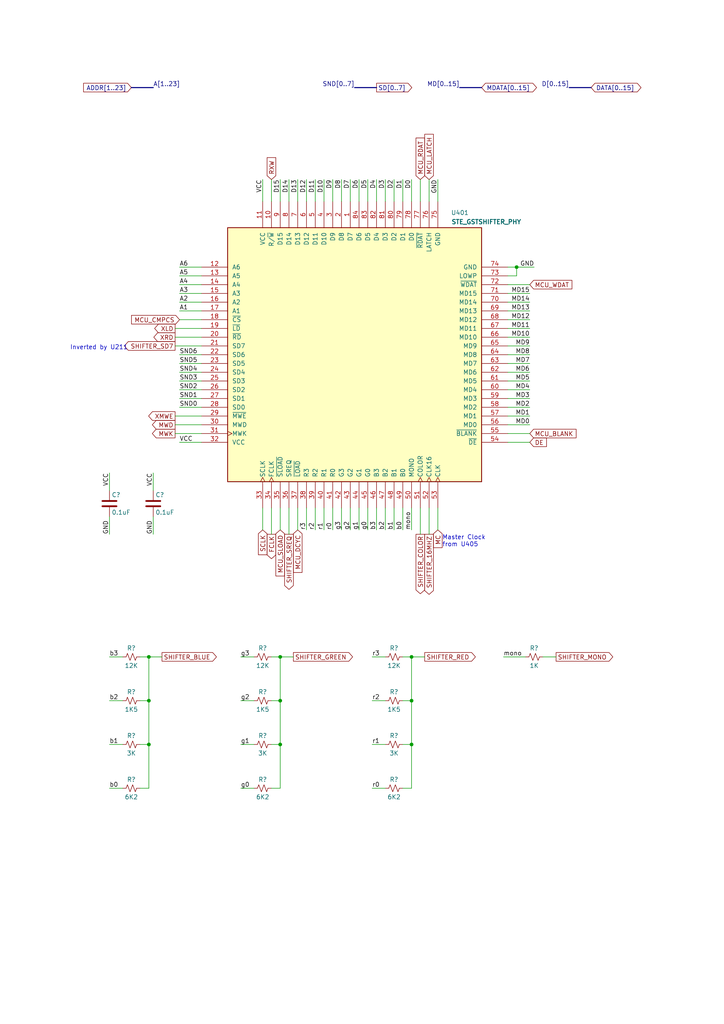
<source format=kicad_sch>
(kicad_sch (version 20230121) (generator eeschema)
  (paper "A4" portrait)
  (title_block (title "Converted schematics of Atari STE") (date "2021-08-31") (rev "1.0.0") (comment 1 "Reference : C300780-001"))
  (lib_symbols
    (symbol "Device:C" (pin_numbers hide) (pin_names (offset 0.254))
      (property "Reference" "C" (at 0.635 2.54 0))
      (property "Value" "C" (at 0.635 -2.54 0))
      (symbol "C_0_1"
        (polyline (pts (xy -2.032 -0.762) (xy 2.032 -0.762)) (stroke (width 0.508)))
        (polyline (pts (xy -2.032 0.762) (xy 2.032 0.762)) (stroke (width 0.508)))
      )
      (symbol "C_1_1"
        (pin passive line (at 0 3.81 270) (length 2.794) (name "~") (number "1"))
        (pin passive line (at 0 -3.81 90) (length 2.794) (name "~") (number "2"))
      )
    )
    (symbol "Device:R_Small_US" (pin_numbers hide) (pin_names (offset 0.254) hide)
      (property "Reference" "R" (at 0.762 0.508 0))
      (property "Value" "R_Small_US" (at 0.762 -1.016 0))
      (symbol "R_Small_US_1_1"
        (polyline (pts (xy 0 0) (xy 1.016 -0.381) (xy 0 -0.762) (xy -1.016 -1.143) (xy 0 -1.524)))
        (polyline (pts (xy 0 1.524) (xy 1.016 1.143) (xy 0 0.762) (xy -1.016 0.381) (xy 0 0)))
        (pin passive line (at 0 2.54 270) (length 1.016) (name "~") (number "1"))
        (pin passive line (at 0 -2.54 90) (length 1.016) (name "~") (number "2"))
      )
    )
    (symbol "ste_gstshifter:STE_GSTSHIFTER_PHY" (pin_names (offset 1.27))
      (property "Reference" "U" (at 27.94 41.91 0))
      (property "Value" "STE_GSTSHIFTER_PHY" (at 27.94 39.37 0))
      (symbol "STE_GSTSHIFTER_PHY_0_0"
        (rectangle (start -36.83 36.83) (end 36.83 -36.83) (stroke (width 0.254)) (fill (type background)))
        (pin bidirectional line (at -1.27 44.45 270) (length 7.62) (name "D7") (number "1"))
        (pin input line (at -24.13 44.45 270) (length 7.62) (name "R/~{W}") (number "10"))
        (pin power_in line (at -26.67 44.45 270) (length 7.62) (name "VCC") (number "11"))
        (pin input line (at -44.45 25.4 0) (length 7.62) (name "A6") (number "12"))
        (pin input line (at -44.45 22.86 0) (length 7.62) (name "A5") (number "13"))
        (pin input line (at -44.45 20.32 0) (length 7.62) (name "A4") (number "14"))
        (pin input line (at -44.45 17.78 0) (length 7.62) (name "A3") (number "15"))
        (pin input line (at -44.45 15.24 0) (length 7.62) (name "A2") (number "16"))
        (pin input line (at -44.45 12.7 0) (length 7.62) (name "A1") (number "17"))
        (pin bidirectional line (at -44.45 10.16 0) (length 7.62) (name "~{CS}") (number "18"))
        (pin output line (at -44.45 7.62 0) (length 7.62) (name "~{LD}") (number "19"))
        (pin bidirectional line (at -3.81 44.45 270) (length 7.62) (name "D8") (number "2"))
        (pin output line (at -44.45 5.08 0) (length 7.62) (name "~{RD}") (number "20"))
        (pin output line (at -44.45 2.54 0) (length 7.62) (name "SD7") (number "21"))
        (pin output line (at -44.45 0 0) (length 7.62) (name "SD6") (number "22"))
        (pin output line (at -44.45 -2.54 0) (length 7.62) (name "SD5") (number "23"))
        (pin output line (at -44.45 -5.08 0) (length 7.62) (name "SD4") (number "24"))
        (pin output line (at -44.45 -7.62 0) (length 7.62) (name "SD3") (number "25"))
        (pin output line (at -44.45 -10.16 0) (length 7.62) (name "SD2") (number "26"))
        (pin output line (at -44.45 -12.7 0) (length 7.62) (name "SD1") (number "27"))
        (pin output line (at -44.45 -15.24 0) (length 7.62) (name "SD0") (number "28"))
        (pin output line (at -44.45 -17.78 0) (length 7.62) (name "~{MWE}") (number "29"))
        (pin bidirectional line (at -6.35 44.45 270) (length 7.62) (name "D9") (number "3"))
        (pin output line (at -44.45 -20.32 0) (length 7.62) (name "MWD") (number "30"))
        (pin output clock (at -44.45 -22.86 0) (length 7.62) (name "MWK") (number "31"))
        (pin power_in line (at -44.45 -25.4 0) (length 7.62) (name "VCC") (number "32"))
        (pin input clock (at -26.67 -44.45 90) (length 7.62) (name "SCLK") (number "33"))
        (pin output clock (at -24.13 -44.45 90) (length 7.62) (name "FCLK") (number "34"))
        (pin input line (at -21.59 -44.45 90) (length 7.62) (name "~{SLOAD}") (number "35"))
        (pin output line (at -19.05 -44.45 90) (length 7.62) (name "SREQ") (number "36"))
        (pin input line (at -16.51 -44.45 90) (length 7.62) (name "~{LOAD}") (number "37"))
        (pin output line (at -13.97 -44.45 90) (length 7.62) (name "R3") (number "38"))
        (pin output line (at -11.43 -44.45 90) (length 7.62) (name "R2") (number "39"))
        (pin bidirectional line (at -8.89 44.45 270) (length 7.62) (name "D10") (number "4"))
        (pin output line (at -8.89 -44.45 90) (length 7.62) (name "R1") (number "40"))
        (pin output line (at -6.35 -44.45 90) (length 7.62) (name "R0") (number "41"))
        (pin output line (at -3.81 -44.45 90) (length 7.62) (name "G3") (number "42"))
        (pin output line (at -1.27 -44.45 90) (length 7.62) (name "G2") (number "43"))
        (pin output line (at 1.27 -44.45 90) (length 7.62) (name "G1") (number "44"))
        (pin output line (at 3.81 -44.45 90) (length 7.62) (name "G0") (number "45"))
        (pin output line (at 6.35 -44.45 90) (length 7.62) (name "B3") (number "46"))
        (pin output line (at 8.89 -44.45 90) (length 7.62) (name "B2") (number "47"))
        (pin output line (at 11.43 -44.45 90) (length 7.62) (name "B1") (number "48"))
        (pin output line (at 13.97 -44.45 90) (length 7.62) (name "B0") (number "49"))
        (pin bidirectional line (at -11.43 44.45 270) (length 7.62) (name "D11") (number "5"))
        (pin output line (at 16.51 -44.45 90) (length 7.62) (name "MONO") (number "50"))
        (pin output clock (at 19.05 -44.45 90) (length 7.62) (name "COLOR") (number "51"))
        (pin output clock (at 21.59 -44.45 90) (length 7.62) (name "CLK16") (number "52"))
        (pin input clock (at 24.13 -44.45 90) (length 7.62) (name "CLK") (number "53"))
        (pin input line (at 44.45 -25.4 180) (length 7.62) (name "~{DE}") (number "54"))
        (pin input line (at 44.45 -22.86 180) (length 7.62) (name "~{BLANK}") (number "55"))
        (pin input line (at 44.45 -20.32 180) (length 7.62) (name "MD0") (number "56"))
        (pin input line (at 44.45 -17.78 180) (length 7.62) (name "MD1") (number "57"))
        (pin input line (at 44.45 -15.24 180) (length 7.62) (name "MD2") (number "58"))
        (pin input line (at 44.45 -12.7 180) (length 7.62) (name "MD3") (number "59"))
        (pin bidirectional line (at -13.97 44.45 270) (length 7.62) (name "D12") (number "6"))
        (pin input line (at 44.45 -10.16 180) (length 7.62) (name "MD4") (number "60"))
        (pin input line (at 44.45 -7.62 180) (length 7.62) (name "MD5") (number "61"))
        (pin input line (at 44.45 -5.08 180) (length 7.62) (name "MD6") (number "62"))
        (pin input line (at 44.45 -2.54 180) (length 7.62) (name "MD7") (number "63"))
        (pin input line (at 44.45 0 180) (length 7.62) (name "MD8") (number "64"))
        (pin input line (at 44.45 2.54 180) (length 7.62) (name "MD9") (number "65"))
        (pin input line (at 44.45 5.08 180) (length 7.62) (name "MD10") (number "66"))
        (pin input line (at 44.45 7.62 180) (length 7.62) (name "MD11") (number "67"))
        (pin input line (at 44.45 10.16 180) (length 7.62) (name "MD12") (number "68"))
        (pin input line (at 44.45 12.7 180) (length 7.62) (name "MD13") (number "69"))
        (pin bidirectional line (at -16.51 44.45 270) (length 7.62) (name "D13") (number "7"))
        (pin input line (at 44.45 15.24 180) (length 7.62) (name "MD14") (number "70"))
        (pin input line (at 44.45 17.78 180) (length 7.62) (name "MD15") (number "71"))
        (pin input line (at 44.45 20.32 180) (length 7.62) (name "~{WDAT}") (number "72"))
        (pin input line (at 44.45 22.86 180) (length 7.62) (name "LOWP") (number "73"))
        (pin power_in line (at 44.45 25.4 180) (length 7.62) (name "GND") (number "74"))
        (pin power_in line (at 24.13 44.45 270) (length 7.62) (name "GND") (number "75"))
        (pin input line (at 21.59 44.45 270) (length 7.62) (name "LATCH") (number "76"))
        (pin input line (at 19.05 44.45 270) (length 7.62) (name "~{RDAT}") (number "77"))
        (pin bidirectional line (at 16.51 44.45 270) (length 7.62) (name "D0") (number "78"))
        (pin bidirectional line (at 13.97 44.45 270) (length 7.62) (name "D1") (number "79"))
        (pin bidirectional line (at -19.05 44.45 270) (length 7.62) (name "D14") (number "8"))
        (pin bidirectional line (at 11.43 44.45 270) (length 7.62) (name "D2") (number "80"))
        (pin bidirectional line (at 8.89 44.45 270) (length 7.62) (name "D3") (number "81"))
        (pin bidirectional line (at 6.35 44.45 270) (length 7.62) (name "D4") (number "82"))
        (pin bidirectional line (at 3.81 44.45 270) (length 7.62) (name "D5") (number "83"))
        (pin bidirectional line (at 1.27 44.45 270) (length 7.62) (name "D6") (number "84"))
        (pin bidirectional line (at -21.59 44.45 270) (length 7.62) (name "D15") (number "9"))
      )
    )
  )
  (junction (at 43.18 215.9))
  (junction (at 81.28 215.9))
  (junction (at 81.28 190.5))
  (junction (at 149.86 77.47))
  (junction (at 119.38 203.2))
  (junction (at 119.38 215.9))
  (junction (at 43.18 203.2))
  (junction (at 81.28 203.2))
  (junction (at 43.18 190.5))
  (junction (at 119.38 190.5))
  (wire (pts (xy 43.18 190.5) (xy 46.99 190.5)))
  (wire (pts (xy 31.75 149.86) (xy 31.75 154.94)))
  (wire (pts (xy 147.32 118.11) (xy 153.67 118.11)))
  (bus (pts (xy 102.87 25.4) (xy 109.22 25.4)))
  (wire (pts (xy 69.85 215.9) (xy 73.66 215.9)))
  (wire (pts (xy 50.8 123.19) (xy 58.42 123.19)))
  (wire (pts (xy 104.14 153.67) (xy 104.14 147.32)))
  (wire (pts (xy 147.32 80.01) (xy 149.86 80.01)))
  (wire (pts (xy 88.9 58.42) (xy 88.9 52.07)))
  (wire (pts (xy 43.18 228.6) (xy 43.18 215.9)))
  (wire (pts (xy 124.46 147.32) (xy 124.46 154.94)))
  (wire (pts (xy 81.28 215.9) (xy 78.74 215.9)))
  (wire (pts (xy 119.38 190.5) (xy 123.19 190.5)))
  (wire (pts (xy 147.32 92.71) (xy 153.67 92.71)))
  (wire (pts (xy 91.44 153.67) (xy 91.44 147.32)))
  (wire (pts (xy 99.06 153.67) (xy 99.06 147.32)))
  (wire (pts (xy 52.07 80.01) (xy 58.42 80.01)))
  (wire (pts (xy 157.48 190.5) (xy 161.29 190.5)))
  (wire (pts (xy 147.32 115.57) (xy 153.67 115.57)))
  (wire (pts (xy 153.67 82.55) (xy 147.32 82.55)))
  (wire (pts (xy 31.75 190.5) (xy 35.56 190.5)))
  (wire (pts (xy 147.32 90.17) (xy 153.67 90.17)))
  (wire (pts (xy 116.84 228.6) (xy 119.38 228.6)))
  (bus (pts (xy 38.1 25.4) (xy 44.45 25.4)))
  (wire (pts (xy 147.32 77.47) (xy 149.86 77.47)))
  (wire (pts (xy 78.74 190.5) (xy 81.28 190.5)))
  (wire (pts (xy 121.92 52.07) (xy 121.92 58.42)))
  (wire (pts (xy 44.45 137.16) (xy 44.45 142.24)))
  (wire (pts (xy 119.38 215.9) (xy 119.38 203.2)))
  (wire (pts (xy 81.28 190.5) (xy 85.09 190.5)))
  (wire (pts (xy 127 153.67) (xy 127 147.32)))
  (wire (pts (xy 109.22 153.67) (xy 109.22 147.32)))
  (wire (pts (xy 81.28 215.9) (xy 81.28 203.2)))
  (wire (pts (xy 69.85 203.2) (xy 73.66 203.2)))
  (wire (pts (xy 76.2 153.67) (xy 76.2 147.32)))
  (wire (pts (xy 107.95 190.5) (xy 111.76 190.5)))
  (wire (pts (xy 147.32 125.73) (xy 153.67 125.73)))
  (wire (pts (xy 40.64 228.6) (xy 43.18 228.6)))
  (wire (pts (xy 101.6 58.42) (xy 101.6 52.07)))
  (wire (pts (xy 147.32 102.87) (xy 153.67 102.87)))
  (wire (pts (xy 147.32 123.19) (xy 153.67 123.19)))
  (wire (pts (xy 93.98 153.67) (xy 93.98 147.32)))
  (wire (pts (xy 147.32 107.95) (xy 153.67 107.95)))
  (wire (pts (xy 119.38 58.42) (xy 119.38 52.07)))
  (wire (pts (xy 50.8 120.65) (xy 58.42 120.65)))
  (wire (pts (xy 52.07 77.47) (xy 58.42 77.47)))
  (wire (pts (xy 119.38 215.9) (xy 116.84 215.9)))
  (wire (pts (xy 147.32 87.63) (xy 153.67 87.63)))
  (wire (pts (xy 52.07 118.11) (xy 58.42 118.11)))
  (wire (pts (xy 78.74 147.32) (xy 78.74 154.94)))
  (wire (pts (xy 78.74 52.07) (xy 78.74 58.42)))
  (wire (pts (xy 93.98 58.42) (xy 93.98 52.07)))
  (wire (pts (xy 114.3 153.67) (xy 114.3 147.32)))
  (wire (pts (xy 50.8 95.25) (xy 58.42 95.25)))
  (wire (pts (xy 147.32 110.49) (xy 153.67 110.49)))
  (bus (pts (xy 133.35 25.4) (xy 139.7 25.4)))
  (wire (pts (xy 96.52 58.42) (xy 96.52 52.07)))
  (wire (pts (xy 69.85 228.6) (xy 73.66 228.6)))
  (wire (pts (xy 31.75 137.16) (xy 31.75 142.24)))
  (wire (pts (xy 114.3 58.42) (xy 114.3 52.07)))
  (wire (pts (xy 52.07 85.09) (xy 58.42 85.09)))
  (wire (pts (xy 107.95 215.9) (xy 111.76 215.9)))
  (wire (pts (xy 111.76 153.67) (xy 111.76 147.32)))
  (wire (pts (xy 52.07 92.71) (xy 58.42 92.71)))
  (wire (pts (xy 40.64 190.5) (xy 43.18 190.5)))
  (wire (pts (xy 52.07 105.41) (xy 58.42 105.41)))
  (wire (pts (xy 81.28 203.2) (xy 78.74 203.2)))
  (wire (pts (xy 116.84 58.42) (xy 116.84 52.07)))
  (wire (pts (xy 81.28 58.42) (xy 81.28 52.07)))
  (wire (pts (xy 116.84 190.5) (xy 119.38 190.5)))
  (wire (pts (xy 127 58.42) (xy 127 52.07)))
  (wire (pts (xy 107.95 228.6) (xy 111.76 228.6)))
  (wire (pts (xy 52.07 107.95) (xy 58.42 107.95)))
  (wire (pts (xy 119.38 228.6) (xy 119.38 215.9)))
  (wire (pts (xy 86.36 153.67) (xy 86.36 147.32)))
  (wire (pts (xy 147.32 97.79) (xy 153.67 97.79)))
  (wire (pts (xy 119.38 153.67) (xy 119.38 147.32)))
  (wire (pts (xy 109.22 58.42) (xy 109.22 52.07)))
  (wire (pts (xy 81.28 190.5) (xy 81.28 203.2)))
  (wire (pts (xy 31.75 215.9) (xy 35.56 215.9)))
  (wire (pts (xy 31.75 228.6) (xy 35.56 228.6)))
  (wire (pts (xy 119.38 203.2) (xy 116.84 203.2)))
  (wire (pts (xy 147.32 120.65) (xy 153.67 120.65)))
  (wire (pts (xy 96.52 153.67) (xy 96.52 147.32)))
  (wire (pts (xy 31.75 203.2) (xy 35.56 203.2)))
  (wire (pts (xy 52.07 102.87) (xy 58.42 102.87)))
  (wire (pts (xy 81.28 153.67) (xy 81.28 147.32)))
  (wire (pts (xy 43.18 190.5) (xy 43.18 203.2)))
  (wire (pts (xy 52.07 128.27) (xy 58.42 128.27)))
  (wire (pts (xy 146.05 190.5) (xy 152.4 190.5)))
  (wire (pts (xy 50.8 125.73) (xy 58.42 125.73)))
  (wire (pts (xy 147.32 105.41) (xy 153.67 105.41)))
  (wire (pts (xy 52.07 82.55) (xy 58.42 82.55)))
  (wire (pts (xy 104.14 58.42) (xy 104.14 52.07)))
  (wire (pts (xy 149.86 80.01) (xy 149.86 77.47)))
  (wire (pts (xy 83.82 58.42) (xy 83.82 52.07)))
  (wire (pts (xy 124.46 58.42) (xy 124.46 52.07)))
  (wire (pts (xy 88.9 153.67) (xy 88.9 147.32)))
  (wire (pts (xy 52.07 115.57) (xy 58.42 115.57)))
  (wire (pts (xy 147.32 128.27) (xy 153.67 128.27)))
  (wire (pts (xy 52.07 90.17) (xy 58.42 90.17)))
  (wire (pts (xy 86.36 58.42) (xy 86.36 52.07)))
  (wire (pts (xy 43.18 215.9) (xy 40.64 215.9)))
  (wire (pts (xy 91.44 58.42) (xy 91.44 52.07)))
  (wire (pts (xy 78.74 228.6) (xy 81.28 228.6)))
  (wire (pts (xy 52.07 87.63) (xy 58.42 87.63)))
  (wire (pts (xy 149.86 77.47) (xy 154.94 77.47)))
  (bus (pts (xy 165.1 25.4) (xy 171.45 25.4)))
  (wire (pts (xy 119.38 190.5) (xy 119.38 203.2)))
  (wire (pts (xy 116.84 153.67) (xy 116.84 147.32)))
  (wire (pts (xy 81.28 228.6) (xy 81.28 215.9)))
  (wire (pts (xy 52.07 110.49) (xy 58.42 110.49)))
  (wire (pts (xy 106.68 153.67) (xy 106.68 147.32)))
  (wire (pts (xy 44.45 149.86) (xy 44.45 154.94)))
  (wire (pts (xy 50.8 100.33) (xy 58.42 100.33)))
  (wire (pts (xy 101.6 153.67) (xy 101.6 147.32)))
  (wire (pts (xy 111.76 58.42) (xy 111.76 52.07)))
  (wire (pts (xy 76.2 58.42) (xy 76.2 52.07)))
  (wire (pts (xy 107.95 203.2) (xy 111.76 203.2)))
  (wire (pts (xy 147.32 113.03) (xy 153.67 113.03)))
  (wire (pts (xy 69.85 190.5) (xy 73.66 190.5)))
  (wire (pts (xy 147.32 100.33) (xy 153.67 100.33)))
  (wire (pts (xy 147.32 95.25) (xy 153.67 95.25)))
  (wire (pts (xy 43.18 215.9) (xy 43.18 203.2)))
  (wire (pts (xy 52.07 113.03) (xy 58.42 113.03)))
  (wire (pts (xy 50.8 97.79) (xy 58.42 97.79)))
  (wire (pts (xy 43.18 203.2) (xy 40.64 203.2)))
  (wire (pts (xy 106.68 58.42) (xy 106.68 52.07)))
  (wire (pts (xy 121.92 147.32) (xy 121.92 154.94)))
  (wire (pts (xy 83.82 147.32) (xy 83.82 154.94)))
  (wire (pts (xy 147.32 85.09) (xy 153.67 85.09)))
  (wire (pts (xy 99.06 58.42) (xy 99.06 52.07)))
  (text "Master Clock\nfrom U405" (at 128.27 158.75 0) (effects (font (size 1.27 1.27)) (justify left bottom)))
  (text "Inverted by U211" (at 20.32 101.6 0) (effects (font (size 1.27 1.27)) (justify left bottom)))
  (label "MD14" (at 153.67 87.63 180))
  (label "VCC" (at 52.07 128.27 0))
  (label "MD7" (at 153.67 105.41 180))
  (label "D1" (at 116.84 52.07 270))
  (label "D11" (at 91.44 52.07 270))
  (label "A[1..23]" (at 44.45 25.4 0))
  (label "D12" (at 88.9 52.07 270))
  (label "g3" (at 99.06 153.67 90))
  (label "SND1" (at 52.07 115.57 0))
  (label "b0" (at 116.84 153.67 90))
  (label "MD9" (at 153.67 100.33 180))
  (label "D6" (at 104.14 52.07 270))
  (label "A4" (at 52.07 82.55 0))
  (label "A6" (at 52.07 77.47 0))
  (label "D4" (at 109.22 52.07 270))
  (label "MD[0..15]" (at 133.35 25.4 180))
  (label "b2" (at 31.75 203.2 0))
  (label "mono" (at 119.38 153.67 90))
  (label "MD6" (at 153.67 107.95 180))
  (label "MD3" (at 153.67 115.57 180))
  (label "SND[0..7]" (at 102.87 25.4 180))
  (label "GND" (at 127 52.07 270))
  (label "D0" (at 119.38 52.07 270))
  (label "SND5" (at 52.07 105.41 0))
  (label "b1" (at 31.75 215.9 0))
  (label "g0" (at 106.68 153.67 90))
  (label "MD1" (at 153.67 120.65 180))
  (label "D8" (at 99.06 52.07 270))
  (label "r0" (at 96.52 153.67 90))
  (label "MD0" (at 153.67 123.19 180))
  (label "D15" (at 81.28 52.07 270))
  (label "A5" (at 52.07 80.01 0))
  (label "SND2" (at 52.07 113.03 0))
  (label "r1" (at 93.98 153.67 90))
  (label "GND" (at 44.45 154.94 90))
  (label "VCC" (at 31.75 137.16 270))
  (label "MD13" (at 153.67 90.17 180))
  (label "GND" (at 31.75 154.94 90))
  (label "g3" (at 69.85 190.5 0))
  (label "g1" (at 104.14 153.67 90))
  (label "GND" (at 154.94 77.47 180))
  (label "D[0..15]" (at 165.1 25.4 180))
  (label "D13" (at 86.36 52.07 270))
  (label "A1" (at 52.07 90.17 0))
  (label "VCC" (at 76.2 52.07 270))
  (label "D3" (at 111.76 52.07 270))
  (label "b2" (at 111.76 153.67 90))
  (label "SND6" (at 52.07 102.87 0))
  (label "MD11" (at 153.67 95.25 180))
  (label "b3" (at 31.75 190.5 0))
  (label "D9" (at 96.52 52.07 270))
  (label "MD2" (at 153.67 118.11 180))
  (label "VCC" (at 44.45 137.16 270))
  (label "D5" (at 106.68 52.07 270))
  (label "r1" (at 107.95 215.9 0))
  (label "D10" (at 93.98 52.07 270))
  (label "b3" (at 109.22 153.67 90))
  (label "D14" (at 83.82 52.07 270))
  (label "r0" (at 107.95 228.6 0))
  (label "D7" (at 101.6 52.07 270))
  (label "g2" (at 69.85 203.2 0))
  (label "MD15" (at 153.67 85.09 180))
  (label "MD12" (at 153.67 92.71 180))
  (label "MD8" (at 153.67 102.87 180))
  (label "MD4" (at 153.67 113.03 180))
  (label "SND0" (at 52.07 118.11 0))
  (label "A2" (at 52.07 87.63 0))
  (label "mono" (at 146.05 190.5 0))
  (label "r3" (at 88.9 153.67 90))
  (label "r2" (at 91.44 153.67 90))
  (label "b1" (at 114.3 153.67 90))
  (label "r3" (at 107.95 190.5 0))
  (label "g2" (at 101.6 153.67 90))
  (label "r2" (at 107.95 203.2 0))
  (label "MD10" (at 153.67 97.79 180))
  (label "D2" (at 114.3 52.07 270))
  (label "SND4" (at 52.07 107.95 0))
  (label "A3" (at 52.07 85.09 0))
  (label "SND3" (at 52.07 110.49 0))
  (label "g1" (at 69.85 215.9 0))
  (label "MD5" (at 153.67 110.49 180))
  (label "b0" (at 31.75 228.6 0))
  (label "g0" (at 69.85 228.6 0))
  (global_label "MDATA[0..15]" (shape bidirectional) (at 139.7 25.4 0) (property "Intersheetrefs" "${INTERSHEET_REFS}" (effects hide)))
  (global_label "SHIFTER_COLOR" (shape output) (at 121.92 154.94 270) (property "Intersheetrefs" "${INTERSHEET_REFS}" (effects hide)))
  (global_label "RXW" (shape input) (at 78.74 52.07 90) (property "Intersheetrefs" "${INTERSHEET_REFS}" (effects hide)))
  (global_label "XLD" (shape output) (at 50.8 95.25 180) (property "Intersheetrefs" "${INTERSHEET_REFS}" (effects hide)))
  (global_label "MCU_LATCH" (shape input) (at 124.46 52.07 90) (property "Intersheetrefs" "${INTERSHEET_REFS}" (effects hide)))
  (global_label "XMWE" (shape output) (at 50.8 120.65 180) (property "Intersheetrefs" "${INTERSHEET_REFS}" (effects hide)))
  (global_label "MCU_RDAT" (shape input) (at 121.92 52.07 90) (property "Intersheetrefs" "${INTERSHEET_REFS}" (effects hide)))
  (global_label "MWD" (shape output) (at 50.8 123.19 180) (property "Intersheetrefs" "${INTERSHEET_REFS}" (effects hide)))
  (global_label "SHIFTER_BLUE" (shape output) (at 46.99 190.5 0) (property "Intersheetrefs" "${INTERSHEET_REFS}" (effects hide)))
  (global_label "SD[0..7]" (shape output) (at 109.22 25.4 0) (property "Intersheetrefs" "${INTERSHEET_REFS}" (effects hide)))
  (global_label "MCU_SLOAD" (shape input) (at 81.28 153.67 270) (property "Intersheetrefs" "${INTERSHEET_REFS}" (effects hide)))
  (global_label "SHIFTER_RED" (shape output) (at 123.19 190.5 0) (property "Intersheetrefs" "${INTERSHEET_REFS}" (effects hide)))
  (global_label "XRD" (shape output) (at 50.8 97.79 180) (property "Intersheetrefs" "${INTERSHEET_REFS}" (effects hide)))
  (global_label "FCLK" (shape output) (at 78.74 154.94 270) (property "Intersheetrefs" "${INTERSHEET_REFS}" (effects hide)))
  (global_label "SHIFTER_MONO" (shape output) (at 161.29 190.5 0) (property "Intersheetrefs" "${INTERSHEET_REFS}" (effects hide)))
  (global_label "SHIFTER_GREEN" (shape output) (at 85.09 190.5 0) (property "Intersheetrefs" "${INTERSHEET_REFS}" (effects hide)))
  (global_label "MWK" (shape output) (at 50.8 125.73 180) (property "Intersheetrefs" "${INTERSHEET_REFS}" (effects hide)))
  (global_label "SHIFTER_16MHZ" (shape output) (at 124.46 154.94 270) (property "Intersheetrefs" "${INTERSHEET_REFS}" (effects hide)))
  (global_label "SHIFTER_SREQ" (shape output) (at 83.82 154.94 270) (property "Intersheetrefs" "${INTERSHEET_REFS}" (effects hide)))
  (global_label "MCU_WDAT" (shape input) (at 153.67 82.55 0) (property "Intersheetrefs" "${INTERSHEET_REFS}" (effects hide)))
  (global_label "ADDR[1..23]" (shape input) (at 38.1 25.4 180) (property "Intersheetrefs" "${INTERSHEET_REFS}" (effects hide)))
  (global_label "SHIFTER_SD7" (shape output) (at 50.8 100.33 180) (property "Intersheetrefs" "${INTERSHEET_REFS}" (effects hide)))
  (global_label "SCLK" (shape input) (at 76.2 153.67 270) (property "Intersheetrefs" "${INTERSHEET_REFS}" (effects hide)))
  (global_label "DE" (shape input) (at 153.67 128.27 0) (property "Intersheetrefs" "${INTERSHEET_REFS}" (effects hide)))
  (global_label "MCU_CMPCS" (shape input) (at 52.07 92.71 180) (property "Intersheetrefs" "${INTERSHEET_REFS}" (effects hide)))
  (global_label "MCU_DCYC" (shape input) (at 86.36 153.67 270) (property "Intersheetrefs" "${INTERSHEET_REFS}" (effects hide)))
  (global_label "MCU_BLANK" (shape input) (at 153.67 125.73 0) (property "Intersheetrefs" "${INTERSHEET_REFS}" (effects hide)))
  (global_label "DATA[0..15]" (shape bidirectional) (at 171.45 25.4 0) (property "Intersheetrefs" "${INTERSHEET_REFS}" (effects hide)))
  (global_label "MC" (shape input) (at 127 153.67 270) (property "Intersheetrefs" "${INTERSHEET_REFS}" (effects hide)))
  (symbol (lib_id "ste_gstshifter:STE_GSTSHIFTER_PHY") (at 102.87 102.87 0) (unit 1)
    (property "Reference" "U401" (at 130.81 60.96 0) (effects (justify left top)))
    (property "Value" "STE_GSTSHIFTER_PHY" (at 130.81 63.5 0) (effects (font bold) (justify left top)))
    (property "Footprint" "Package_LCC:PLCC-84_THT-Socket" (effects hide))
    (property "Datasheet" "https://info-coach.fr/atari/hardware/STE-HW.php#shifter" (effects hide))
  )
  (symbol (lib_id "Device:C") (at 31.75 146.05 0) (unit 1)
    (property "Reference" "C?" (at 32.385 143.51 0) (effects (justify left)))
    (property "Value" "0.1uF" (at 32.385 148.59 0) (effects (justify left)))
    (property "Footprint" "commons_passives_THT:Passive_THT_capacitor_mlcc_W2.54mm_L7.62mm" (effects hide))
    (instances (project "motherboard" (path "" (reference "C?") (unit 1)) (path "" (reference "C?") (unit 1)) (path "" (reference "C?") (unit 1)) (path "" (reference "C?") (unit 1)) (path "" (reference "C412") (unit 1)) (path "" (reference "C?") (unit 1)) (path "" (reference "C?") (unit 1))))
  )
  (symbol (lib_id "Device:C") (at 44.45 146.05 0) (unit 1)
    (property "Reference" "C?" (at 45.085 143.51 0) (effects (justify left)))
    (property "Value" "0.1uF" (at 45.085 148.59 0) (effects (justify left)))
    (property "Footprint" "commons_passives_THT:Passive_THT_capacitor_mlcc_W2.54mm_L7.62mm" (effects hide))
    (instances (project "motherboard" (path "" (reference "C?") (unit 1)) (path "" (reference "C?") (unit 1)) (path "" (reference "C?") (unit 1)) (path "" (reference "C?") (unit 1)) (path "" (reference "C413") (unit 1)) (path "" (reference "C?") (unit 1)) (path "" (reference "C?") (unit 1))))
  )
  (symbol (lib_id "Device:R_Small_US") (at 38.1 190.5 270) (unit 1)
    (property "Reference" "R?" (at 38.1 187.96 90))
    (property "Value" "12K" (at 38.1 193.04 90))
    (property "Footprint" "commons_passives_THT:Passive_THT_resistor_W2.54mm_L12.70mm" (effects hide))
    (instances (project "motherboard" (path "" (reference "R?") (unit 1)) (path "" (reference "R?") (unit 1)) (path "" (reference "R411") (unit 1)) (path "" (reference "R?") (unit 1)) (path "" (reference "R?") (unit 1)) (path "" (reference "R?") (unit 1))))
  )
  (symbol (lib_id "Device:R_Small_US") (at 38.1 203.2 270) (unit 1)
    (property "Reference" "R?" (at 38.1 200.66 90))
    (property "Value" "1K5" (at 38.1 205.74 90))
    (property "Footprint" "commons_passives_THT:Passive_THT_resistor_W2.54mm_L12.70mm" (effects hide))
    (instances (project "motherboard" (path "" (reference "R?") (unit 1)) (path "" (reference "R?") (unit 1)) (path "" (reference "R412") (unit 1)) (path "" (reference "R?") (unit 1)) (path "" (reference "R?") (unit 1)) (path "" (reference "R?") (unit 1))))
  )
  (symbol (lib_id "Device:R_Small_US") (at 38.1 215.9 270) (unit 1)
    (property "Reference" "R?" (at 38.1 213.36 90))
    (property "Value" "3K" (at 38.1 218.44 90))
    (property "Footprint" "commons_passives_THT:Passive_THT_resistor_W2.54mm_L12.70mm" (effects hide))
    (instances (project "motherboard" (path "" (reference "R?") (unit 1)) (path "" (reference "R?") (unit 1)) (path "" (reference "R414") (unit 1)) (path "" (reference "R?") (unit 1)) (path "" (reference "R?") (unit 1)) (path "" (reference "R?") (unit 1))))
  )
  (symbol (lib_id "Device:R_Small_US") (at 38.1 228.6 270) (unit 1)
    (property "Reference" "R?" (at 38.1 226.06 90))
    (property "Value" "6K2" (at 38.1 231.14 90))
    (property "Footprint" "commons_passives_THT:Passive_THT_resistor_W2.54mm_L12.70mm" (effects hide))
    (instances (project "motherboard" (path "" (reference "R?") (unit 1)) (path "" (reference "R?") (unit 1)) (path "" (reference "R415") (unit 1)) (path "" (reference "R?") (unit 1)) (path "" (reference "R?") (unit 1)) (path "" (reference "R?") (unit 1))))
  )
  (symbol (lib_id "Device:R_Small_US") (at 76.2 190.5 270) (unit 1)
    (property "Reference" "R?" (at 76.2 187.96 90))
    (property "Value" "12K" (at 76.2 193.04 90))
    (property "Footprint" "commons_passives_THT:Passive_THT_resistor_W2.54mm_L12.70mm" (effects hide))
    (instances (project "motherboard" (path "" (reference "R?") (unit 1)) (path "" (reference "R?") (unit 1)) (path "" (reference "R416") (unit 1)) (path "" (reference "R?") (unit 1)) (path "" (reference "R?") (unit 1)) (path "" (reference "R?") (unit 1))))
  )
  (symbol (lib_id "Device:R_Small_US") (at 76.2 203.2 270) (unit 1)
    (property "Reference" "R?" (at 76.2 200.66 90))
    (property "Value" "1K5" (at 76.2 205.74 90))
    (property "Footprint" "commons_passives_THT:Passive_THT_resistor_W2.54mm_L12.70mm" (effects hide))
    (instances (project "motherboard" (path "" (reference "R?") (unit 1)) (path "" (reference "R?") (unit 1)) (path "" (reference "R417") (unit 1)) (path "" (reference "R?") (unit 1)) (path "" (reference "R?") (unit 1)) (path "" (reference "R?") (unit 1))))
  )
  (symbol (lib_id "Device:R_Small_US") (at 76.2 215.9 270) (unit 1)
    (property "Reference" "R?" (at 76.2 213.36 90))
    (property "Value" "3K" (at 76.2 218.44 90))
    (property "Footprint" "commons_passives_THT:Passive_THT_resistor_W2.54mm_L12.70mm" (effects hide))
    (instances (project "motherboard" (path "" (reference "R?") (unit 1)) (path "" (reference "R?") (unit 1)) (path "" (reference "R418") (unit 1)) (path "" (reference "R?") (unit 1)) (path "" (reference "R?") (unit 1)) (path "" (reference "R?") (unit 1))))
  )
  (symbol (lib_id "Device:R_Small_US") (at 76.2 228.6 270) (unit 1)
    (property "Reference" "R?" (at 76.2 226.06 90))
    (property "Value" "6K2" (at 76.2 231.14 90))
    (property "Footprint" "commons_passives_THT:Passive_THT_resistor_W2.54mm_L12.70mm" (effects hide))
    (instances (project "motherboard" (path "" (reference "R?") (unit 1)) (path "" (reference "R?") (unit 1)) (path "" (reference "R419") (unit 1)) (path "" (reference "R?") (unit 1)) (path "" (reference "R?") (unit 1)) (path "" (reference "R?") (unit 1))))
  )
  (symbol (lib_id "Device:R_Small_US") (at 114.3 190.5 270) (unit 1)
    (property "Reference" "R?" (at 114.3 187.96 90))
    (property "Value" "12K" (at 114.3 193.04 90))
    (property "Footprint" "commons_passives_THT:Passive_THT_resistor_W2.54mm_L12.70mm" (effects hide))
    (instances (project "motherboard" (path "" (reference "R?") (unit 1)) (path "" (reference "R?") (unit 1)) (path "" (reference "R422") (unit 1)) (path "" (reference "R?") (unit 1)) (path "" (reference "R?") (unit 1)) (path "" (reference "R?") (unit 1))))
  )
  (symbol (lib_id "Device:R_Small_US") (at 114.3 203.2 270) (unit 1)
    (property "Reference" "R?" (at 114.3 200.66 90))
    (property "Value" "1K5" (at 114.3 205.74 90))
    (property "Footprint" "commons_passives_THT:Passive_THT_resistor_W2.54mm_L12.70mm" (effects hide))
    (instances (project "motherboard" (path "" (reference "R?") (unit 1)) (path "" (reference "R?") (unit 1)) (path "" (reference "R424") (unit 1)) (path "" (reference "R?") (unit 1)) (path "" (reference "R?") (unit 1)) (path "" (reference "R?") (unit 1))))
  )
  (symbol (lib_id "Device:R_Small_US") (at 114.3 215.9 270) (unit 1)
    (property "Reference" "R?" (at 114.3 213.36 90))
    (property "Value" "3K" (at 114.3 218.44 90))
    (property "Footprint" "commons_passives_THT:Passive_THT_resistor_W2.54mm_L12.70mm" (effects hide))
    (instances (project "motherboard" (path "" (reference "R?") (unit 1)) (path "" (reference "R?") (unit 1)) (path "" (reference "R426") (unit 1)) (path "" (reference "R?") (unit 1)) (path "" (reference "R?") (unit 1)) (path "" (reference "R?") (unit 1))))
  )
  (symbol (lib_id "Device:R_Small_US") (at 114.3 228.6 270) (unit 1)
    (property "Reference" "R?" (at 114.3 226.06 90))
    (property "Value" "6K2" (at 114.3 231.14 90))
    (property "Footprint" "commons_passives_THT:Passive_THT_resistor_W2.54mm_L12.70mm" (effects hide))
    (instances (project "motherboard" (path "" (reference "R?") (unit 1)) (path "" (reference "R?") (unit 1)) (path "" (reference "R428") (unit 1)) (path "" (reference "R?") (unit 1)) (path "" (reference "R?") (unit 1)) (path "" (reference "R?") (unit 1))))
  )
  (symbol (lib_id "Device:R_Small_US") (at 154.94 190.5 270) (unit 1)
    (property "Reference" "R?" (at 154.94 187.96 90))
    (property "Value" "1K" (at 154.94 193.04 90))
    (property "Footprint" "commons_passives_THT:Passive_THT_resistor_W2.54mm_L12.70mm" (effects hide))
    (instances (project "motherboard" (path "" (reference "R?") (unit 1)) (path "" (reference "R?") (unit 1)) (path "" (reference "R430") (unit 1)) (path "" (reference "R?") (unit 1)) (path "" (reference "R?") (unit 1)) (path "" (reference "R?") (unit 1))))
  )
)
</source>
